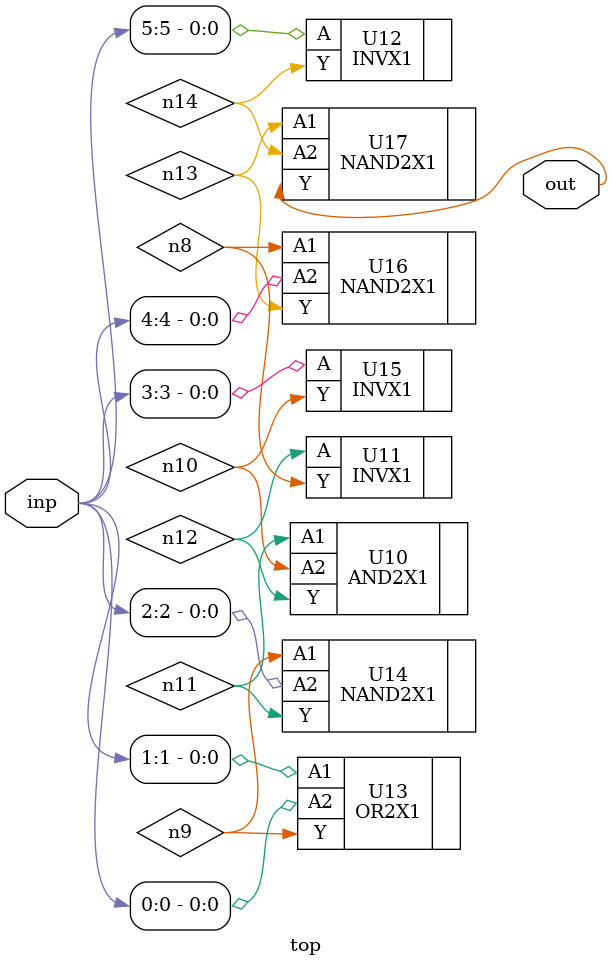
<source format=sv>


module top ( inp, out );
  input [5:0] inp;
  output out;
  wire   n8, n9, n10, n11, n12, n13, n14;

  AND2X1 U10 ( .A1(n11), .A2(n10), .Y(n12) );
  INVX1 U11 ( .A(n12), .Y(n8) );
  INVX1 U12 ( .A(inp[5]), .Y(n14) );
  OR2X1 U13 ( .A1(inp[1]), .A2(inp[0]), .Y(n9) );
  NAND2X1 U14 ( .A1(n9), .A2(inp[2]), .Y(n11) );
  INVX1 U15 ( .A(inp[3]), .Y(n10) );
  NAND2X1 U16 ( .A1(n8), .A2(inp[4]), .Y(n13) );
  NAND2X1 U17 ( .A1(n13), .A2(n14), .Y(out) );
endmodule


</source>
